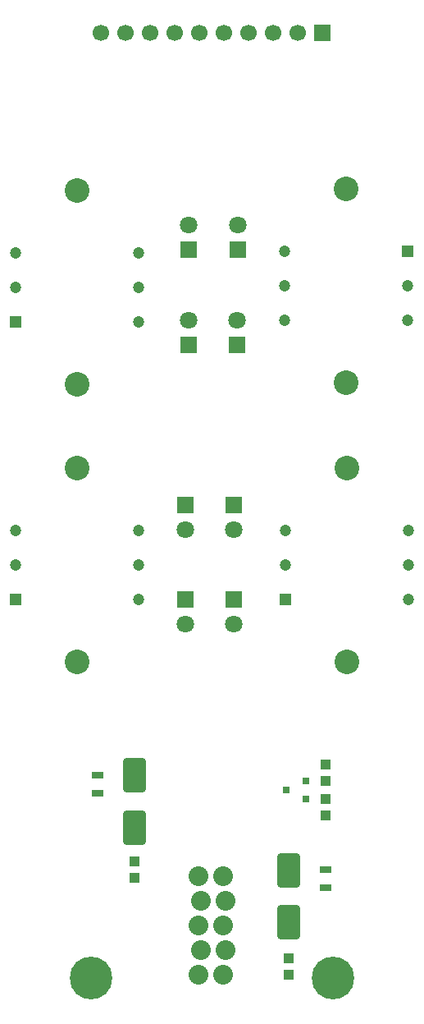
<source format=gbr>
%TF.GenerationSoftware,KiCad,Pcbnew,9.0.6*%
%TF.CreationDate,2025-12-17T11:15:49-05:00*%
%TF.ProjectId,lichen-crustose-processing-board,6c696368-656e-42d6-9372-7573746f7365,1.0*%
%TF.SameCoordinates,Original*%
%TF.FileFunction,Soldermask,Top*%
%TF.FilePolarity,Negative*%
%FSLAX46Y46*%
G04 Gerber Fmt 4.6, Leading zero omitted, Abs format (unit mm)*
G04 Created by KiCad (PCBNEW 9.0.6) date 2025-12-17 11:15:49*
%MOMM*%
%LPD*%
G01*
G04 APERTURE LIST*
G04 Aperture macros list*
%AMRoundRect*
0 Rectangle with rounded corners*
0 $1 Rounding radius*
0 $2 $3 $4 $5 $6 $7 $8 $9 X,Y pos of 4 corners*
0 Add a 4 corners polygon primitive as box body*
4,1,4,$2,$3,$4,$5,$6,$7,$8,$9,$2,$3,0*
0 Add four circle primitives for the rounded corners*
1,1,$1+$1,$2,$3*
1,1,$1+$1,$4,$5*
1,1,$1+$1,$6,$7*
1,1,$1+$1,$8,$9*
0 Add four rect primitives between the rounded corners*
20,1,$1+$1,$2,$3,$4,$5,0*
20,1,$1+$1,$4,$5,$6,$7,0*
20,1,$1+$1,$6,$7,$8,$9,0*
20,1,$1+$1,$8,$9,$2,$3,0*%
G04 Aperture macros list end*
%ADD10R,1.300000X0.700000*%
%ADD11RoundRect,0.250000X0.900000X-1.500000X0.900000X1.500000X-0.900000X1.500000X-0.900000X-1.500000X0*%
%ADD12R,1.000000X1.000000*%
%ADD13C,4.400000*%
%ADD14R,1.700000X1.700000*%
%ADD15C,1.700000*%
%ADD16RoundRect,0.250000X-0.900000X1.500000X-0.900000X-1.500000X0.900000X-1.500000X0.900000X1.500000X0*%
%ADD17R,0.800100X0.800100*%
%ADD18C,2.540000*%
%ADD19R,1.200000X1.200000*%
%ADD20C,1.200000*%
%ADD21R,1.800000X1.800000*%
%ADD22C,1.800000*%
%ADD23C,2.032000*%
G04 APERTURE END LIST*
D10*
%TO.C,C2*%
X113400000Y-189050000D03*
X113400000Y-190950000D03*
%TD*%
D11*
%TO.C,D2*%
X133150000Y-204250000D03*
X133150000Y-198850000D03*
%TD*%
D12*
%TO.C,R1*%
X136950000Y-193200000D03*
X136950000Y-191500000D03*
%TD*%
D13*
%TO.C,H2*%
X137750000Y-210000000D03*
%TD*%
D12*
%TO.C,L1*%
X117250000Y-199650000D03*
X117250000Y-197950000D03*
%TD*%
D14*
%TO.C,CONN1*%
X136650000Y-112500000D03*
D15*
X134110000Y-112500000D03*
X131570000Y-112500000D03*
X129030000Y-112500000D03*
X126490000Y-112500000D03*
X123950000Y-112500000D03*
X121410000Y-112500000D03*
X118870000Y-112500000D03*
X116330000Y-112500000D03*
X113790000Y-112500000D03*
%TD*%
D10*
%TO.C,C1*%
X136950000Y-198800000D03*
X136950000Y-200700000D03*
%TD*%
D12*
%TO.C,C3*%
X137000000Y-189650000D03*
X137000000Y-187950000D03*
%TD*%
D16*
%TO.C,D1*%
X117250000Y-189100000D03*
X117250000Y-194500000D03*
%TD*%
D12*
%TO.C,L2*%
X133150000Y-209650000D03*
X133150000Y-207950000D03*
%TD*%
D13*
%TO.C,H1*%
X112750000Y-210000000D03*
%TD*%
D17*
%TO.C,U1*%
X134900760Y-191550000D03*
X134900760Y-189650000D03*
X132901780Y-190600000D03*
%TD*%
D18*
%TO.C,TR2*%
X111350000Y-157356000D03*
X111350000Y-177356000D03*
D19*
X105000000Y-170912000D03*
D20*
X105000000Y-167356000D03*
X105000000Y-163800000D03*
X117700000Y-163800000D03*
X117700000Y-167356000D03*
X117700000Y-170912000D03*
%TD*%
D18*
%TO.C,TR4*%
X139150000Y-157400000D03*
X139150000Y-177400000D03*
D19*
X132800000Y-170956000D03*
D20*
X132800000Y-167400000D03*
X132800000Y-163844000D03*
X145500000Y-163844000D03*
X145500000Y-167400000D03*
X145500000Y-170956000D03*
%TD*%
D21*
%TO.C,LED3*%
X122800000Y-144670000D03*
D22*
X122800000Y-142130000D03*
%TD*%
D21*
%TO.C,LED4*%
X122800000Y-134870000D03*
D22*
X122800000Y-132330000D03*
%TD*%
D23*
%TO.C,PWR1*%
X123853000Y-209660000D03*
X126393000Y-209660000D03*
X124107000Y-207120000D03*
X126647000Y-207120000D03*
X123853000Y-204580000D03*
X126393000Y-204580000D03*
X124107000Y-202040000D03*
X126647000Y-202040000D03*
X123853000Y-199500000D03*
X126393000Y-199500000D03*
%TD*%
D18*
%TO.C,TR3*%
X139099500Y-148600000D03*
X139099500Y-128600000D03*
D19*
X145449500Y-135044000D03*
D20*
X145449500Y-138600000D03*
X145449500Y-142156000D03*
X132749500Y-142156000D03*
X132749500Y-138600000D03*
X132749500Y-135044000D03*
%TD*%
D18*
%TO.C,TR1*%
X111350000Y-128800000D03*
X111350000Y-148800000D03*
D19*
X105000000Y-142356000D03*
D20*
X105000000Y-138800000D03*
X105000000Y-135244000D03*
X117700000Y-135244000D03*
X117700000Y-138800000D03*
X117700000Y-142356000D03*
%TD*%
D21*
%TO.C,LED1*%
X127800000Y-144670000D03*
D22*
X127800000Y-142130000D03*
%TD*%
D21*
%TO.C,LED2*%
X122500000Y-170930000D03*
D22*
X122500000Y-173470000D03*
%TD*%
D21*
%TO.C,LED7*%
X127900000Y-134870000D03*
D22*
X127900000Y-132330000D03*
%TD*%
D21*
%TO.C,LED8*%
X122500000Y-161230000D03*
D22*
X122500000Y-163770000D03*
%TD*%
D21*
%TO.C,LED6*%
X127500000Y-161230000D03*
D22*
X127500000Y-163770000D03*
%TD*%
D21*
%TO.C,LED5*%
X127500000Y-170930000D03*
D22*
X127500000Y-173470000D03*
%TD*%
M02*

</source>
